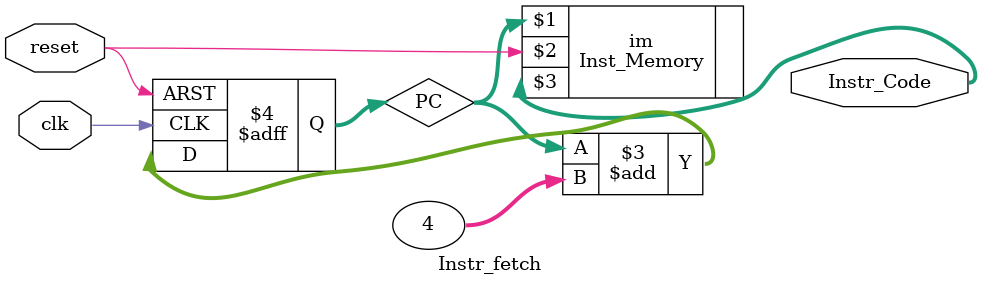
<source format=v>
`timescale 1ns / 1ps


module Instr_fetch(
    input clk,
    input reset,
    output [31:0]Instr_Code
    );
    reg [31:0]PC;
    Inst_Memory im(PC, reset, Instr_Code);
    always @ (posedge clk, negedge reset)
    begin
        if(reset == 0)
            PC = 32'b0;
        else
            PC = PC + 4;
    end
endmodule

</source>
